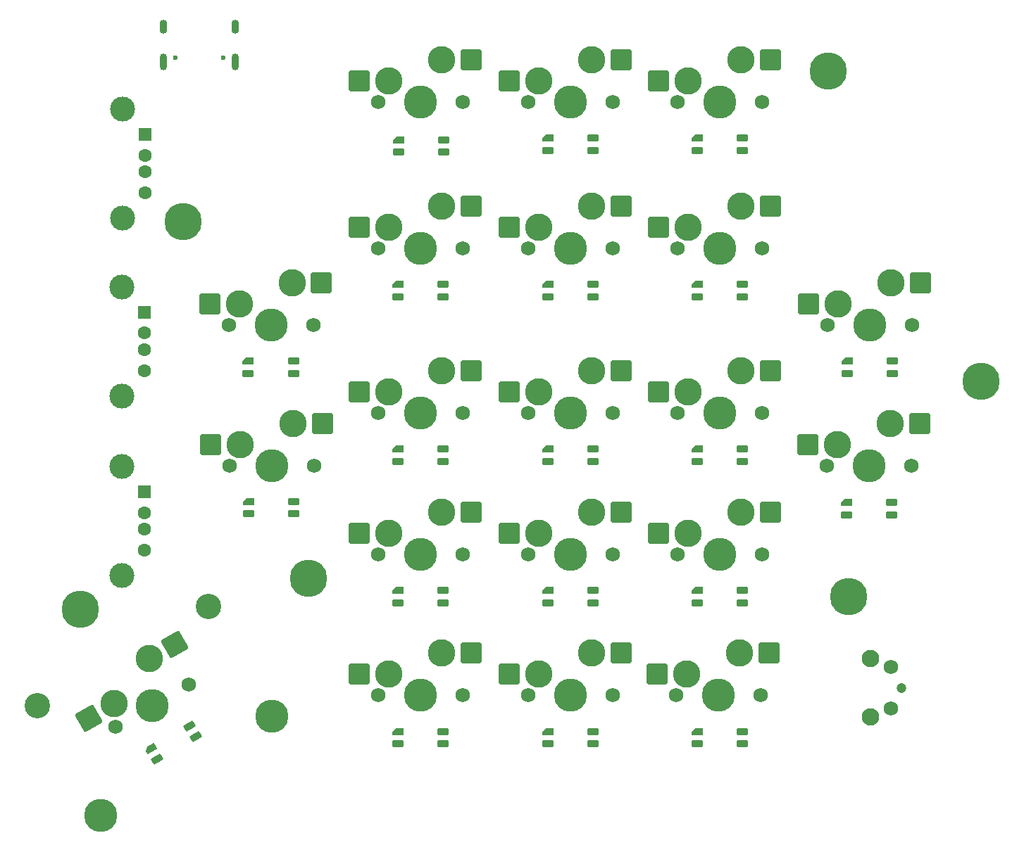
<source format=gbs>
%TF.GenerationSoftware,KiCad,Pcbnew,(6.0.5)*%
%TF.CreationDate,2022-06-01T14:18:31+01:00*%
%TF.ProjectId,Project Fauxbow,50726f6a-6563-4742-9046-617578626f77,rev?*%
%TF.SameCoordinates,Original*%
%TF.FileFunction,Soldermask,Bot*%
%TF.FilePolarity,Negative*%
%FSLAX46Y46*%
G04 Gerber Fmt 4.6, Leading zero omitted, Abs format (unit mm)*
G04 Created by KiCad (PCBNEW (6.0.5)) date 2022-06-01 14:18:31*
%MOMM*%
%LPD*%
G01*
G04 APERTURE LIST*
G04 Aperture macros list*
%AMRoundRect*
0 Rectangle with rounded corners*
0 $1 Rounding radius*
0 $2 $3 $4 $5 $6 $7 $8 $9 X,Y pos of 4 corners*
0 Add a 4 corners polygon primitive as box body*
4,1,4,$2,$3,$4,$5,$6,$7,$8,$9,$2,$3,0*
0 Add four circle primitives for the rounded corners*
1,1,$1+$1,$2,$3*
1,1,$1+$1,$4,$5*
1,1,$1+$1,$6,$7*
1,1,$1+$1,$8,$9*
0 Add four rect primitives between the rounded corners*
20,1,$1+$1,$2,$3,$4,$5,0*
20,1,$1+$1,$4,$5,$6,$7,0*
20,1,$1+$1,$6,$7,$8,$9,0*
20,1,$1+$1,$8,$9,$2,$3,0*%
%AMFreePoly0*
4,1,18,-0.410000,0.593000,-0.403758,0.624380,-0.385983,0.650983,-0.359380,0.668758,-0.328000,0.675000,0.328000,0.675000,0.359380,0.668758,0.385983,0.650983,0.403758,0.624380,0.410000,0.593000,0.410000,-0.593000,0.403758,-0.624380,0.385983,-0.650983,0.359380,-0.668758,0.328000,-0.675000,0.000000,-0.675000,-0.410000,-0.265000,-0.410000,0.593000,-0.410000,0.593000,$1*%
G04 Aperture macros list end*
%ADD10C,4.500000*%
%ADD11C,0.600000*%
%ADD12O,0.900000X1.700000*%
%ADD13O,0.900000X2.000000*%
%ADD14C,3.048000*%
%ADD15C,3.987800*%
%ADD16R,1.600000X1.600000*%
%ADD17C,1.600000*%
%ADD18C,3.000000*%
%ADD19C,2.100000*%
%ADD20C,1.200000*%
%ADD21C,1.750000*%
%ADD22RoundRect,0.082000X-0.593000X0.328000X-0.593000X-0.328000X0.593000X-0.328000X0.593000X0.328000X0*%
%ADD23FreePoly0,270.000000*%
%ADD24C,3.300000*%
%ADD25RoundRect,0.250000X1.025000X1.000000X-1.025000X1.000000X-1.025000X-1.000000X1.025000X-1.000000X0*%
%ADD26RoundRect,0.250000X0.387676X1.378525X-1.387676X0.353525X-0.387676X-1.378525X1.387676X-0.353525X0*%
%ADD27RoundRect,0.082000X-0.677553X-0.012444X-0.349553X-0.580556X0.677553X0.012444X0.349553X0.580556X0*%
%ADD28FreePoly0,300.000000*%
G04 APERTURE END LIST*
D10*
%TO.C,H1*%
X162800000Y-85100000D03*
%TD*%
%TO.C,H3*%
X177804668Y-128004668D03*
%TD*%
%TO.C,H2*%
X240300000Y-67000000D03*
%TD*%
%TO.C,H5*%
X258700000Y-104300000D03*
%TD*%
D11*
%TO.C,J1*%
X167590000Y-65350000D03*
X161810000Y-65350000D03*
D12*
X160380000Y-61660000D03*
D13*
X160380000Y-65830000D03*
X169020000Y-65830000D03*
D12*
X169020000Y-61660000D03*
%TD*%
D14*
%TO.C,REF\u002A\u002A*%
X145201053Y-143308606D03*
D15*
X152821053Y-156506833D03*
D14*
X165823283Y-131402356D03*
D15*
X173443283Y-144600583D03*
%TD*%
D10*
%TO.C,H4*%
X242804668Y-130204668D03*
%TD*%
D16*
%TO.C,J3*%
X158090000Y-96000000D03*
D17*
X158090000Y-98500000D03*
X158090000Y-100500000D03*
X158090000Y-103000000D03*
D18*
X155380000Y-106070000D03*
X155380000Y-92930000D03*
%TD*%
D19*
%TO.C,SW1*%
X245397500Y-137675000D03*
D20*
X249097500Y-141175000D03*
D19*
X245397500Y-144685000D03*
D21*
X247887500Y-138675000D03*
X247887500Y-143675000D03*
%TD*%
D16*
%TO.C,J4*%
X158190000Y-74600000D03*
D17*
X158190000Y-77100000D03*
X158190000Y-79100000D03*
X158190000Y-81600000D03*
D18*
X155480000Y-84670000D03*
X155480000Y-71530000D03*
%TD*%
D16*
%TO.C,J2*%
X158090000Y-117600000D03*
D17*
X158090000Y-120100000D03*
X158090000Y-122100000D03*
X158090000Y-124600000D03*
D18*
X155380000Y-114530000D03*
X155380000Y-127670000D03*
%TD*%
D10*
%TO.C,H6*%
X150400000Y-131700000D03*
%TD*%
D22*
%TO.C,D21*%
X194125000Y-76730000D03*
X194125000Y-75230000D03*
X188675000Y-76730000D03*
D23*
X188675000Y-75230000D03*
%TD*%
D22*
%TO.C,D36*%
X176025000Y-103330000D03*
X176025000Y-101830000D03*
X170575000Y-103330000D03*
D23*
X170575000Y-101830000D03*
%TD*%
D15*
%TO.C,K3*%
X191300000Y-108100000D03*
D21*
X186220000Y-108100000D03*
X196380000Y-108100000D03*
D24*
X187490000Y-105560000D03*
D25*
X183940000Y-105560000D03*
X197390000Y-103020000D03*
D24*
X193840000Y-103020000D03*
%TD*%
D15*
%TO.C,K2*%
X191300000Y-88300000D03*
D21*
X196380000Y-88300000D03*
X186220000Y-88300000D03*
D24*
X187490000Y-85760000D03*
D25*
X183940000Y-85760000D03*
D24*
X193840000Y-83220000D03*
D25*
X197390000Y-83220000D03*
%TD*%
D21*
%TO.C,K15*%
X232165000Y-142100000D03*
X222005000Y-142100000D03*
D15*
X227085000Y-142100000D03*
D24*
X223275000Y-139560000D03*
D25*
X219725000Y-139560000D03*
D24*
X229625000Y-137020000D03*
D25*
X233175000Y-137020000D03*
%TD*%
D21*
%TO.C,K18*%
X240220000Y-97500000D03*
X250380000Y-97500000D03*
D15*
X245300000Y-97500000D03*
D24*
X241490000Y-94960000D03*
D25*
X237940000Y-94960000D03*
X251390000Y-92420000D03*
D24*
X247840000Y-92420000D03*
%TD*%
D22*
%TO.C,D26*%
X212025000Y-76530000D03*
X212025000Y-75030000D03*
X206575000Y-76530000D03*
D23*
X206575000Y-75030000D03*
%TD*%
D15*
%TO.C,K20*%
X159035048Y-143371440D03*
D21*
X163434457Y-140831440D03*
X154635639Y-145911440D03*
D26*
X151391101Y-144851735D03*
D24*
X154465491Y-143076735D03*
X158694753Y-137702031D03*
D26*
X161769143Y-135927031D03*
%TD*%
D21*
%TO.C,K5*%
X196380000Y-142100000D03*
D15*
X191300000Y-142100000D03*
D21*
X186220000Y-142100000D03*
D24*
X187490000Y-139560000D03*
D25*
X183940000Y-139560000D03*
X197390000Y-137020000D03*
D24*
X193840000Y-137020000D03*
%TD*%
D22*
%TO.C,D31*%
X230025000Y-76530000D03*
X230025000Y-75030000D03*
X224575000Y-76530000D03*
D23*
X224575000Y-75030000D03*
%TD*%
D15*
%TO.C,K8*%
X209300000Y-108100000D03*
D21*
X214380000Y-108100000D03*
X204220000Y-108100000D03*
D25*
X201940000Y-105560000D03*
D24*
X205490000Y-105560000D03*
D25*
X215390000Y-103020000D03*
D24*
X211840000Y-103020000D03*
%TD*%
D21*
%TO.C,K9*%
X204220000Y-125100000D03*
D15*
X209300000Y-125100000D03*
D21*
X214380000Y-125100000D03*
D24*
X205490000Y-122560000D03*
D25*
X201940000Y-122560000D03*
X215390000Y-120020000D03*
D24*
X211840000Y-120020000D03*
%TD*%
D22*
%TO.C,D32*%
X230025000Y-94130000D03*
X230025000Y-92630000D03*
X224575000Y-94130000D03*
D23*
X224575000Y-92630000D03*
%TD*%
D21*
%TO.C,K16*%
X178380000Y-97500000D03*
X168220000Y-97500000D03*
D15*
X173300000Y-97500000D03*
D25*
X165940000Y-94960000D03*
D24*
X169490000Y-94960000D03*
X175840000Y-92420000D03*
D25*
X179390000Y-92420000D03*
%TD*%
D21*
%TO.C,K17*%
X168315000Y-114500000D03*
X178475000Y-114500000D03*
D15*
X173395000Y-114500000D03*
D24*
X169585000Y-111960000D03*
D25*
X166035000Y-111960000D03*
D24*
X175935000Y-109420000D03*
D25*
X179485000Y-109420000D03*
%TD*%
D22*
%TO.C,D30*%
X212025000Y-147930000D03*
X212025000Y-146430000D03*
X206575000Y-147930000D03*
D23*
X206575000Y-146430000D03*
%TD*%
D21*
%TO.C,K12*%
X232380000Y-88300000D03*
D15*
X227300000Y-88300000D03*
D21*
X222220000Y-88300000D03*
D25*
X219940000Y-85760000D03*
D24*
X223490000Y-85760000D03*
D25*
X233390000Y-83220000D03*
D24*
X229840000Y-83220000D03*
%TD*%
D21*
%TO.C,K1*%
X186220000Y-70700000D03*
X196380000Y-70700000D03*
D15*
X191300000Y-70700000D03*
D25*
X183940000Y-68160000D03*
D24*
X187490000Y-68160000D03*
D25*
X197390000Y-65620000D03*
D24*
X193840000Y-65620000D03*
%TD*%
D22*
%TO.C,D33*%
X230025000Y-113930000D03*
X230025000Y-112430000D03*
X224575000Y-113930000D03*
D23*
X224575000Y-112430000D03*
%TD*%
D22*
%TO.C,D37*%
X176060000Y-120250000D03*
X176060000Y-118750000D03*
X170610000Y-120250000D03*
D23*
X170610000Y-118750000D03*
%TD*%
D21*
%TO.C,K4*%
X196380000Y-125100000D03*
X186220000Y-125100000D03*
D15*
X191300000Y-125100000D03*
D25*
X183940000Y-122560000D03*
D24*
X187490000Y-122560000D03*
X193840000Y-120020000D03*
D25*
X197390000Y-120020000D03*
%TD*%
D22*
%TO.C,D25*%
X194025000Y-147930000D03*
X194025000Y-146430000D03*
X188575000Y-147930000D03*
D23*
X188575000Y-146430000D03*
%TD*%
D22*
%TO.C,D22*%
X194025000Y-94130000D03*
X194025000Y-92630000D03*
X188575000Y-94130000D03*
D23*
X188575000Y-92630000D03*
%TD*%
D22*
%TO.C,D38*%
X248025000Y-103330000D03*
X248025000Y-101830000D03*
X242575000Y-103330000D03*
D23*
X242575000Y-101830000D03*
%TD*%
D21*
%TO.C,K10*%
X214380000Y-142100000D03*
X204220000Y-142100000D03*
D15*
X209300000Y-142100000D03*
D24*
X205490000Y-139560000D03*
D25*
X201940000Y-139560000D03*
X215390000Y-137020000D03*
D24*
X211840000Y-137020000D03*
%TD*%
D22*
%TO.C,D34*%
X230025000Y-130930000D03*
X230025000Y-129430000D03*
X224575000Y-130930000D03*
D23*
X224575000Y-129430000D03*
%TD*%
D21*
%TO.C,K6*%
X204220000Y-70700000D03*
X214380000Y-70700000D03*
D15*
X209300000Y-70700000D03*
D25*
X201940000Y-68160000D03*
D24*
X205490000Y-68160000D03*
D25*
X215390000Y-65620000D03*
D24*
X211840000Y-65620000D03*
%TD*%
D15*
%TO.C,K7*%
X209300000Y-88300000D03*
D21*
X204220000Y-88300000D03*
X214380000Y-88300000D03*
D25*
X201940000Y-85760000D03*
D24*
X205490000Y-85760000D03*
D25*
X215390000Y-83220000D03*
D24*
X211840000Y-83220000D03*
%TD*%
D21*
%TO.C,K14*%
X222220000Y-125100000D03*
D15*
X227300000Y-125100000D03*
D21*
X232380000Y-125100000D03*
D24*
X223490000Y-122560000D03*
D25*
X219940000Y-122560000D03*
D24*
X229840000Y-120020000D03*
D25*
X233390000Y-120020000D03*
%TD*%
D21*
%TO.C,K11*%
X232380000Y-70700000D03*
D15*
X227300000Y-70700000D03*
D21*
X222220000Y-70700000D03*
D24*
X223490000Y-68160000D03*
D25*
X219940000Y-68160000D03*
D24*
X229840000Y-65620000D03*
D25*
X233390000Y-65620000D03*
%TD*%
D22*
%TO.C,D28*%
X212025000Y-113930000D03*
X212025000Y-112430000D03*
X206575000Y-113930000D03*
D23*
X206575000Y-112430000D03*
%TD*%
D22*
%TO.C,D24*%
X194025000Y-130930000D03*
X194025000Y-129430000D03*
X188575000Y-130930000D03*
D23*
X188575000Y-129430000D03*
%TD*%
D27*
%TO.C,D40*%
X164309967Y-147057868D03*
X163559967Y-145758830D03*
X159590129Y-149782868D03*
D28*
X158840129Y-148483830D03*
%TD*%
D22*
%TO.C,D27*%
X212025000Y-94130000D03*
X212025000Y-92630000D03*
X206575000Y-94130000D03*
D23*
X206575000Y-92630000D03*
%TD*%
D22*
%TO.C,D39*%
X247925000Y-120390000D03*
X247925000Y-118890000D03*
X242475000Y-120390000D03*
D23*
X242475000Y-118890000D03*
%TD*%
D21*
%TO.C,K19*%
X250315000Y-114500000D03*
X240155000Y-114500000D03*
D15*
X245235000Y-114500000D03*
D24*
X241425000Y-111960000D03*
D25*
X237875000Y-111960000D03*
D24*
X247775000Y-109420000D03*
D25*
X251325000Y-109420000D03*
%TD*%
D22*
%TO.C,D23*%
X194025000Y-113930000D03*
X194025000Y-112430000D03*
X188575000Y-113930000D03*
D23*
X188575000Y-112430000D03*
%TD*%
D21*
%TO.C,K13*%
X222220000Y-108100000D03*
X232380000Y-108100000D03*
D15*
X227300000Y-108100000D03*
D24*
X223490000Y-105560000D03*
D25*
X219940000Y-105560000D03*
X233390000Y-103020000D03*
D24*
X229840000Y-103020000D03*
%TD*%
D22*
%TO.C,D29*%
X212025000Y-130930000D03*
X212025000Y-129430000D03*
X206575000Y-130930000D03*
D23*
X206575000Y-129430000D03*
%TD*%
D22*
%TO.C,D35*%
X230010000Y-147930000D03*
X230010000Y-146430000D03*
X224560000Y-147930000D03*
D23*
X224560000Y-146430000D03*
%TD*%
M02*

</source>
